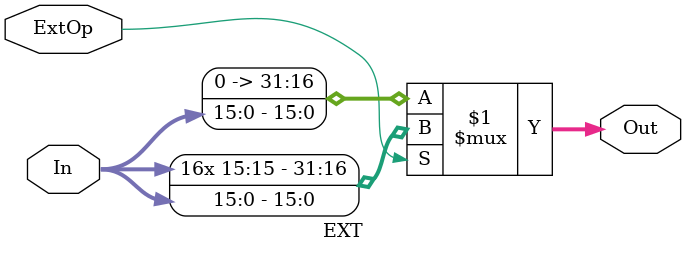
<source format=v>
`include "header.v"

module EXT(
    input [15:0] In,
    input ExtOp,

    output [31:0] Out
);
    assign Out = ExtOp ? {{16{In[15]}}, {In}}: {{16'b0}, {In}};

endmodule
</source>
